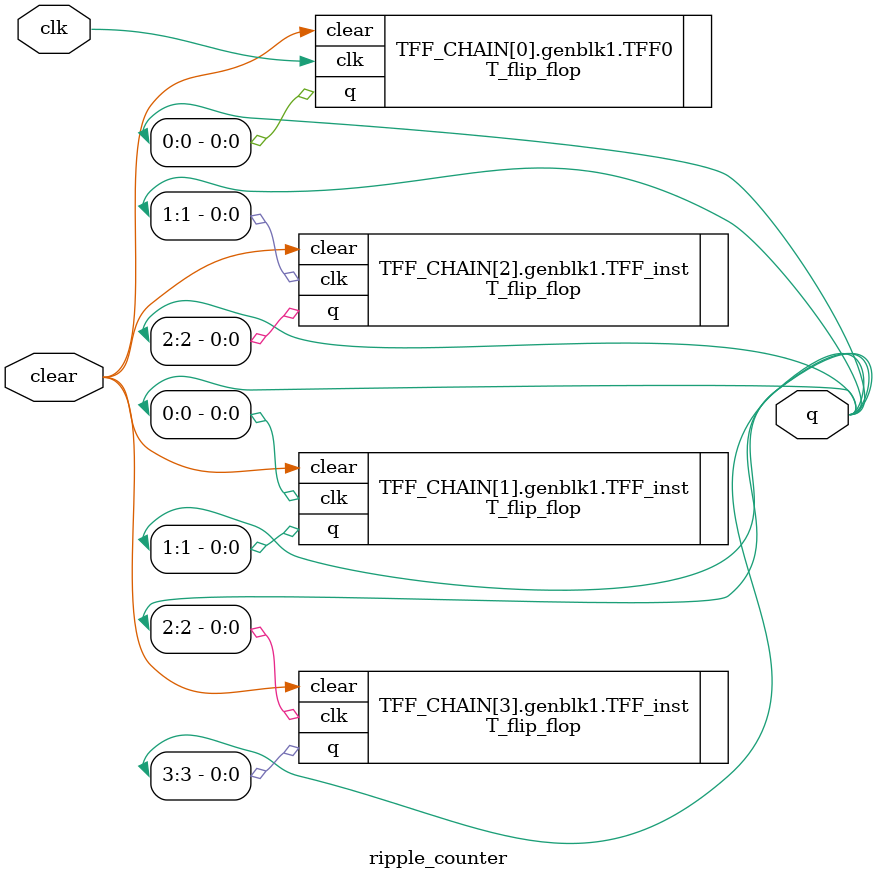
<source format=v>
module ripple_counter #(
    parameter N = 4 // Number of bits
)(
    input clk,
    input clear,
    output [N-1:0] q
);

genvar i;
generate
    for (i = 0; i < N; i = i + 1) begin : TFF_CHAIN
        if (i == 0) begin
            // First T Flip-Flop clocked by system clock
            T_flip_flop TFF0 (
                .clk(clk),
                .clear(clear),
                .q(q[0])
            );
        end else begin
            // Other T Flip-Flops clocked by previous flip-flop's output
            T_flip_flop TFF_inst (
                .clk(q[i-1]), // Clocked by previous TFF output
                .clear(clear),
                .q(q[i])
            );
        end
    end
endgenerate

endmodule

</source>
